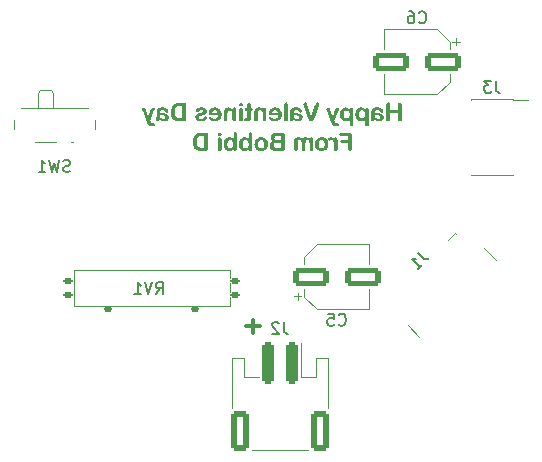
<source format=gbo>
G04 #@! TF.GenerationSoftware,KiCad,Pcbnew,8.0.5*
G04 #@! TF.CreationDate,2024-09-23T19:13:39-07:00*
G04 #@! TF.ProjectId,class 2a,636c6173-7320-4326-912e-6b696361645f,rev?*
G04 #@! TF.SameCoordinates,Original*
G04 #@! TF.FileFunction,Legend,Bot*
G04 #@! TF.FilePolarity,Positive*
%FSLAX46Y46*%
G04 Gerber Fmt 4.6, Leading zero omitted, Abs format (unit mm)*
G04 Created by KiCad (PCBNEW 8.0.5) date 2024-09-23 19:13:39*
%MOMM*%
%LPD*%
G01*
G04 APERTURE LIST*
G04 Aperture macros list*
%AMRoundRect*
0 Rectangle with rounded corners*
0 $1 Rounding radius*
0 $2 $3 $4 $5 $6 $7 $8 $9 X,Y pos of 4 corners*
0 Add a 4 corners polygon primitive as box body*
4,1,4,$2,$3,$4,$5,$6,$7,$8,$9,$2,$3,0*
0 Add four circle primitives for the rounded corners*
1,1,$1+$1,$2,$3*
1,1,$1+$1,$4,$5*
1,1,$1+$1,$6,$7*
1,1,$1+$1,$8,$9*
0 Add four rect primitives between the rounded corners*
20,1,$1+$1,$2,$3,$4,$5,0*
20,1,$1+$1,$4,$5,$6,$7,0*
20,1,$1+$1,$6,$7,$8,$9,0*
20,1,$1+$1,$8,$9,$2,$3,0*%
G04 Aperture macros list end*
%ADD10C,0.300000*%
%ADD11C,0.150000*%
%ADD12C,0.120000*%
%ADD13C,2.500000*%
%ADD14RoundRect,0.125000X0.225000X0.125000X-0.225000X0.125000X-0.225000X-0.125000X0.225000X-0.125000X0*%
%ADD15RoundRect,0.125000X0.275000X0.125000X-0.275000X0.125000X-0.275000X-0.125000X0.275000X-0.125000X0*%
%ADD16RoundRect,0.250000X1.250000X0.550000X-1.250000X0.550000X-1.250000X-0.550000X1.250000X-0.550000X0*%
%ADD17RoundRect,0.250000X-1.250000X-0.550000X1.250000X-0.550000X1.250000X0.550000X-1.250000X0.550000X0*%
%ADD18R,1.000000X0.800000*%
%ADD19C,0.900000*%
%ADD20R,0.700000X1.500000*%
%ADD21R,2.400000X0.740000*%
%ADD22RoundRect,0.250000X0.250000X1.500000X-0.250000X1.500000X-0.250000X-1.500000X0.250000X-1.500000X0*%
%ADD23RoundRect,0.250001X0.499999X1.449999X-0.499999X1.449999X-0.499999X-1.449999X0.499999X-1.449999X0*%
%ADD24C,0.650000*%
%ADD25RoundRect,0.150000X-0.194454X0.406586X-0.406586X0.194454X0.194454X-0.406586X0.406586X-0.194454X0*%
%ADD26RoundRect,0.075000X-0.300520X0.406586X-0.406586X0.300520X0.300520X-0.406586X0.406586X-0.300520X0*%
%ADD27RoundRect,0.250000X0.063640X1.124300X-1.124300X-0.063640X-0.063640X-1.124300X1.124300X0.063640X0*%
G04 APERTURE END LIST*
D10*
G36*
X156575836Y-72955530D02*
G01*
X156575836Y-73387107D01*
X155938728Y-73387107D01*
X155938728Y-72955530D01*
X155930103Y-72877912D01*
X155896438Y-72808551D01*
X155893666Y-72805321D01*
X155830338Y-72762495D01*
X155775696Y-72754030D01*
X155701070Y-72769795D01*
X155655529Y-72803855D01*
X155619510Y-72870364D01*
X155609412Y-72946098D01*
X155609367Y-72952233D01*
X155609367Y-74149145D01*
X155618273Y-74226372D01*
X155653033Y-74295070D01*
X155655895Y-74298255D01*
X155720576Y-74340163D01*
X155775696Y-74348447D01*
X155849859Y-74332334D01*
X155894398Y-74297522D01*
X155928988Y-74229687D01*
X155938685Y-74153793D01*
X155938728Y-74147679D01*
X155938728Y-73645027D01*
X156575836Y-73645027D01*
X156575836Y-74147679D01*
X156584742Y-74225477D01*
X156619502Y-74294681D01*
X156622364Y-74297889D01*
X156687045Y-74340103D01*
X156742165Y-74348447D01*
X156816328Y-74332450D01*
X156860867Y-74297889D01*
X156895457Y-74230546D01*
X156905154Y-74155213D01*
X156905197Y-74149145D01*
X156905197Y-72952233D01*
X156896853Y-72876007D01*
X156864282Y-72807771D01*
X156861600Y-72804588D01*
X156798286Y-72762374D01*
X156742165Y-72754030D01*
X156667539Y-72770026D01*
X156621998Y-72804588D01*
X156585979Y-72872368D01*
X156575881Y-72949305D01*
X156575836Y-72955530D01*
G37*
G36*
X154889030Y-73177244D02*
G01*
X154965486Y-73183942D01*
X155043397Y-73198593D01*
X155119904Y-73223709D01*
X155173165Y-73249217D01*
X155234284Y-73289824D01*
X155288432Y-73346074D01*
X155298187Y-73360133D01*
X155331026Y-73426931D01*
X155343020Y-73500680D01*
X155341197Y-73523313D01*
X155304918Y-73588974D01*
X155287457Y-73602392D01*
X155214793Y-73623412D01*
X155211214Y-73623392D01*
X155138955Y-73602529D01*
X155125610Y-73585706D01*
X155082902Y-73523761D01*
X155052470Y-73484795D01*
X154993509Y-73438398D01*
X154986845Y-73435026D01*
X154913567Y-73415150D01*
X154837437Y-73410554D01*
X154822919Y-73410739D01*
X154749211Y-73419600D01*
X154681733Y-73457815D01*
X154650421Y-73526401D01*
X154640333Y-73601064D01*
X154650255Y-73603839D01*
X154723666Y-73623465D01*
X154795306Y-73640997D01*
X154829797Y-73648866D01*
X154901666Y-73664410D01*
X154977022Y-73679832D01*
X155035662Y-73691417D01*
X155110012Y-73706577D01*
X155118178Y-73708394D01*
X155193856Y-73732551D01*
X155258656Y-73767585D01*
X155317375Y-73818684D01*
X155357367Y-73874555D01*
X155384251Y-73943946D01*
X155393212Y-74021650D01*
X155392496Y-74043523D01*
X155378722Y-74116923D01*
X155347417Y-74185415D01*
X155332052Y-74208125D01*
X155279038Y-74263623D01*
X155216624Y-74304483D01*
X155166933Y-74325735D01*
X155094187Y-74343252D01*
X155020986Y-74348447D01*
X154947942Y-74344440D01*
X154872883Y-74330775D01*
X154803366Y-74307414D01*
X154742923Y-74278620D01*
X154677510Y-74239674D01*
X154613223Y-74193108D01*
X154576437Y-74248036D01*
X154527493Y-74304849D01*
X154504939Y-74323923D01*
X154434803Y-74348447D01*
X154400914Y-74344690D01*
X154334419Y-74309979D01*
X154317146Y-74292515D01*
X154290089Y-74222418D01*
X154296684Y-74180927D01*
X154316467Y-74109944D01*
X154321116Y-74093875D01*
X154336764Y-74020845D01*
X154342479Y-73946179D01*
X154341610Y-73869956D01*
X154341179Y-73813555D01*
X154639967Y-73813555D01*
X154641255Y-73863491D01*
X154650307Y-73940387D01*
X154676604Y-74014689D01*
X154713929Y-74060912D01*
X154775888Y-74102983D01*
X154846871Y-74128811D01*
X154924266Y-74137421D01*
X154975477Y-74131702D01*
X155042968Y-74096755D01*
X155066538Y-74069499D01*
X155087664Y-73998203D01*
X155085841Y-73975139D01*
X155049562Y-73911374D01*
X155035068Y-73900267D01*
X154967497Y-73868510D01*
X154951942Y-73864638D01*
X154877765Y-73847923D01*
X154805197Y-73832606D01*
X154790685Y-73829523D01*
X154715328Y-73812350D01*
X154639967Y-73790840D01*
X154639967Y-73813555D01*
X154341179Y-73813555D01*
X154341014Y-73791939D01*
X154340928Y-73774159D01*
X154340708Y-73699123D01*
X154340647Y-73623412D01*
X154341047Y-73593999D01*
X154347036Y-73512215D01*
X154360212Y-73440109D01*
X154386077Y-73365125D01*
X154416525Y-73313921D01*
X154472991Y-73258811D01*
X154540682Y-73221510D01*
X154600194Y-73201635D01*
X154678913Y-73186063D01*
X154759347Y-73178255D01*
X154837804Y-73176081D01*
X154889030Y-73177244D01*
G37*
G36*
X154000883Y-73178141D02*
G01*
X154066607Y-73217480D01*
X154095183Y-73271519D01*
X154104709Y-73346441D01*
X154104709Y-74569731D01*
X154099309Y-74644944D01*
X154076499Y-74717742D01*
X154037333Y-74755609D01*
X153962193Y-74770498D01*
X153912391Y-74763569D01*
X153852284Y-74721222D01*
X153822660Y-74650196D01*
X153815647Y-74573394D01*
X153815647Y-74184682D01*
X153797768Y-74205177D01*
X153740185Y-74257710D01*
X153676795Y-74300087D01*
X153614189Y-74327620D01*
X153542231Y-74343724D01*
X153468701Y-74348447D01*
X153418234Y-74345882D01*
X153345625Y-74332418D01*
X153276726Y-74307414D01*
X153238773Y-74287797D01*
X153174430Y-74242527D01*
X153122120Y-74190544D01*
X153083888Y-74139482D01*
X153048196Y-74075379D01*
X153019172Y-74002965D01*
X153014646Y-73988962D01*
X152996400Y-73916498D01*
X152985452Y-73839955D01*
X152981868Y-73760799D01*
X153287717Y-73760799D01*
X153289400Y-73809177D01*
X153300116Y-73884525D01*
X153322888Y-73955338D01*
X153360347Y-74021359D01*
X153414479Y-74074773D01*
X153462190Y-74100154D01*
X153537577Y-74113974D01*
X153597797Y-74106787D01*
X153669256Y-74074844D01*
X153725888Y-74023115D01*
X153747841Y-73992783D01*
X153780585Y-73921170D01*
X153797329Y-73844238D01*
X153802092Y-73765928D01*
X153800223Y-73712873D01*
X153789455Y-73636841D01*
X153765901Y-73564333D01*
X153725522Y-73499947D01*
X153684924Y-73460838D01*
X153616042Y-73423125D01*
X153537577Y-73410554D01*
X153479304Y-73418478D01*
X153411181Y-73451953D01*
X153356995Y-73506383D01*
X153320689Y-73571755D01*
X153307842Y-73607473D01*
X153292353Y-73682179D01*
X153287717Y-73760799D01*
X152981868Y-73760799D01*
X152981802Y-73759333D01*
X152981866Y-73748137D01*
X152985855Y-73672367D01*
X152998014Y-73591355D01*
X153018279Y-73516296D01*
X153046649Y-73447191D01*
X153067962Y-73407293D01*
X153112185Y-73343276D01*
X153163943Y-73289287D01*
X153223236Y-73245324D01*
X153244443Y-73232950D01*
X153317831Y-73200492D01*
X153395368Y-73181558D01*
X153468701Y-73176081D01*
X153522762Y-73179081D01*
X153598445Y-73194829D01*
X153667636Y-73224075D01*
X153699630Y-73242901D01*
X153762234Y-73290319D01*
X153815647Y-73346807D01*
X153815647Y-73345708D01*
X153822420Y-73285374D01*
X153856680Y-73218946D01*
X153890580Y-73191486D01*
X153962193Y-73173883D01*
X154000883Y-73178141D01*
G37*
G36*
X152702488Y-73178141D02*
G01*
X152768212Y-73217480D01*
X152796788Y-73271519D01*
X152806314Y-73346441D01*
X152806314Y-74569731D01*
X152800914Y-74644944D01*
X152778104Y-74717742D01*
X152738938Y-74755609D01*
X152663798Y-74770498D01*
X152613996Y-74763569D01*
X152553889Y-74721222D01*
X152524265Y-74650196D01*
X152517253Y-74573394D01*
X152517253Y-74184682D01*
X152499373Y-74205177D01*
X152441790Y-74257710D01*
X152378400Y-74300087D01*
X152315794Y-74327620D01*
X152243836Y-74343724D01*
X152170306Y-74348447D01*
X152119839Y-74345882D01*
X152047230Y-74332418D01*
X151978331Y-74307414D01*
X151940378Y-74287797D01*
X151876035Y-74242527D01*
X151823725Y-74190544D01*
X151785493Y-74139482D01*
X151749801Y-74075379D01*
X151720777Y-74002965D01*
X151716251Y-73988962D01*
X151698005Y-73916498D01*
X151687057Y-73839955D01*
X151683473Y-73760799D01*
X151989322Y-73760799D01*
X151991005Y-73809177D01*
X152001721Y-73884525D01*
X152024493Y-73955338D01*
X152061952Y-74021359D01*
X152116084Y-74074773D01*
X152163795Y-74100154D01*
X152239182Y-74113974D01*
X152299402Y-74106787D01*
X152370861Y-74074844D01*
X152427493Y-74023115D01*
X152449447Y-73992783D01*
X152482190Y-73921170D01*
X152498934Y-73844238D01*
X152503697Y-73765928D01*
X152501828Y-73712873D01*
X152491060Y-73636841D01*
X152467506Y-73564333D01*
X152427127Y-73499947D01*
X152386529Y-73460838D01*
X152317647Y-73423125D01*
X152239182Y-73410554D01*
X152180909Y-73418478D01*
X152112786Y-73451953D01*
X152058600Y-73506383D01*
X152022294Y-73571755D01*
X152009447Y-73607473D01*
X151993958Y-73682179D01*
X151989322Y-73760799D01*
X151683473Y-73760799D01*
X151683407Y-73759333D01*
X151683471Y-73748137D01*
X151687460Y-73672367D01*
X151699619Y-73591355D01*
X151719884Y-73516296D01*
X151748254Y-73447191D01*
X151769567Y-73407293D01*
X151813790Y-73343276D01*
X151865548Y-73289287D01*
X151924841Y-73245324D01*
X151946048Y-73232950D01*
X152019436Y-73200492D01*
X152096973Y-73181558D01*
X152170306Y-73176081D01*
X152224367Y-73179081D01*
X152300050Y-73194829D01*
X152369241Y-73224075D01*
X152401235Y-73242901D01*
X152463839Y-73290319D01*
X152517253Y-73346807D01*
X152517253Y-73345708D01*
X152524025Y-73285374D01*
X152558285Y-73218946D01*
X152592185Y-73191486D01*
X152663798Y-73173883D01*
X152702488Y-73178141D01*
G37*
G36*
X151241572Y-74372993D02*
G01*
X151217026Y-74313642D01*
X151561775Y-73438764D01*
X151587502Y-73367353D01*
X151594747Y-73324092D01*
X151575837Y-73252566D01*
X151574597Y-73250453D01*
X151521460Y-73197504D01*
X151519276Y-73196231D01*
X151448382Y-73176101D01*
X151446003Y-73176081D01*
X151373169Y-73194226D01*
X151346352Y-73218213D01*
X151307941Y-73283014D01*
X151288467Y-73333984D01*
X151061321Y-73996004D01*
X150846631Y-73382344D01*
X150820986Y-73311453D01*
X150797539Y-73257048D01*
X150752758Y-73197150D01*
X150747713Y-73193667D01*
X150675931Y-73176098D01*
X150672975Y-73176081D01*
X150605564Y-73194766D01*
X150556105Y-73245324D01*
X150538519Y-73313468D01*
X150552441Y-73371353D01*
X150574656Y-73443368D01*
X150575522Y-73445725D01*
X150942253Y-74412194D01*
X150971912Y-74487270D01*
X151004290Y-74557622D01*
X151036408Y-74615160D01*
X151083081Y-74673964D01*
X151141675Y-74719585D01*
X151160606Y-74730198D01*
X151232061Y-74756291D01*
X151306029Y-74767980D01*
X151367601Y-74770498D01*
X151447233Y-74767122D01*
X151523260Y-74754424D01*
X151560309Y-74741922D01*
X151615677Y-74690551D01*
X151626621Y-74635310D01*
X151604854Y-74564706D01*
X151593648Y-74552878D01*
X151524239Y-74524971D01*
X151498393Y-74523569D01*
X151451132Y-74530163D01*
X151407902Y-74536025D01*
X151337193Y-74522836D01*
X151291398Y-74475575D01*
X151257067Y-74408806D01*
X151241572Y-74372993D01*
G37*
G36*
X149587071Y-72963956D02*
G01*
X149256244Y-73948011D01*
X148923952Y-72956629D01*
X148899155Y-72884044D01*
X148883285Y-72842323D01*
X148837379Y-72783230D01*
X148835292Y-72781507D01*
X148764799Y-72754996D01*
X148744067Y-72754030D01*
X148672455Y-72771481D01*
X148665665Y-72775279D01*
X148611505Y-72827679D01*
X148608878Y-72832065D01*
X148587996Y-72903506D01*
X148594590Y-72955163D01*
X148610344Y-73008286D01*
X148629029Y-73061043D01*
X148994660Y-74053890D01*
X149019390Y-74123013D01*
X149034227Y-74162700D01*
X149066114Y-74231617D01*
X149080756Y-74255390D01*
X149133948Y-74309862D01*
X149152929Y-74322069D01*
X149224415Y-74345871D01*
X149263205Y-74348447D01*
X149336678Y-74338429D01*
X149373481Y-74322801D01*
X149431389Y-74275128D01*
X149446387Y-74255390D01*
X149481911Y-74190431D01*
X149493648Y-74162334D01*
X149519456Y-74092325D01*
X149532849Y-74053890D01*
X149892619Y-73069103D01*
X149911670Y-73015980D01*
X149928523Y-72958827D01*
X149935484Y-72905704D01*
X149915919Y-72834786D01*
X149890054Y-72801290D01*
X149827535Y-72761829D01*
X149775382Y-72754030D01*
X149699628Y-72768609D01*
X149656314Y-72805687D01*
X149621601Y-72870900D01*
X149593531Y-72944387D01*
X149587071Y-72963956D01*
G37*
G36*
X148017502Y-73177244D02*
G01*
X148093958Y-73183942D01*
X148171869Y-73198593D01*
X148248376Y-73223709D01*
X148301636Y-73249217D01*
X148362755Y-73289824D01*
X148416904Y-73346074D01*
X148426659Y-73360133D01*
X148459497Y-73426931D01*
X148471492Y-73500680D01*
X148469669Y-73523313D01*
X148433390Y-73588974D01*
X148415929Y-73602392D01*
X148343264Y-73623412D01*
X148339686Y-73623392D01*
X148267427Y-73602529D01*
X148254082Y-73585706D01*
X148211373Y-73523761D01*
X148180942Y-73484795D01*
X148121980Y-73438398D01*
X148115317Y-73435026D01*
X148042039Y-73415150D01*
X147965909Y-73410554D01*
X147951391Y-73410739D01*
X147877683Y-73419600D01*
X147810204Y-73457815D01*
X147778893Y-73526401D01*
X147768805Y-73601064D01*
X147778727Y-73603839D01*
X147852138Y-73623465D01*
X147923777Y-73640997D01*
X147958268Y-73648866D01*
X148030137Y-73664410D01*
X148105494Y-73679832D01*
X148164134Y-73691417D01*
X148238484Y-73706577D01*
X148246650Y-73708394D01*
X148322327Y-73732551D01*
X148387128Y-73767585D01*
X148445846Y-73818684D01*
X148485839Y-73874555D01*
X148512723Y-73943946D01*
X148521684Y-74021650D01*
X148520968Y-74043523D01*
X148507194Y-74116923D01*
X148475888Y-74185415D01*
X148460523Y-74208125D01*
X148407509Y-74263623D01*
X148345096Y-74304483D01*
X148295405Y-74325735D01*
X148222659Y-74343252D01*
X148149458Y-74348447D01*
X148076414Y-74344440D01*
X148001355Y-74330775D01*
X147931837Y-74307414D01*
X147871394Y-74278620D01*
X147805982Y-74239674D01*
X147741694Y-74193108D01*
X147704909Y-74248036D01*
X147655965Y-74304849D01*
X147633411Y-74323923D01*
X147563275Y-74348447D01*
X147529386Y-74344690D01*
X147462891Y-74309979D01*
X147445618Y-74292515D01*
X147418561Y-74222418D01*
X147425156Y-74180927D01*
X147444939Y-74109944D01*
X147449588Y-74093875D01*
X147465236Y-74020845D01*
X147470951Y-73946179D01*
X147470082Y-73869956D01*
X147469651Y-73813555D01*
X147768439Y-73813555D01*
X147769727Y-73863491D01*
X147778779Y-73940387D01*
X147805075Y-74014689D01*
X147842400Y-74060912D01*
X147904360Y-74102983D01*
X147975343Y-74128811D01*
X148052738Y-74137421D01*
X148103948Y-74131702D01*
X148171440Y-74096755D01*
X148195010Y-74069499D01*
X148216136Y-73998203D01*
X148214313Y-73975139D01*
X148178034Y-73911374D01*
X148163540Y-73900267D01*
X148095969Y-73868510D01*
X148080414Y-73864638D01*
X148006237Y-73847923D01*
X147933669Y-73832606D01*
X147919156Y-73829523D01*
X147843800Y-73812350D01*
X147768439Y-73790840D01*
X147768439Y-73813555D01*
X147469651Y-73813555D01*
X147469486Y-73791939D01*
X147469400Y-73774159D01*
X147469180Y-73699123D01*
X147469119Y-73623412D01*
X147469519Y-73593999D01*
X147475508Y-73512215D01*
X147488684Y-73440109D01*
X147514548Y-73365125D01*
X147544997Y-73313921D01*
X147601463Y-73258811D01*
X147669154Y-73221510D01*
X147728665Y-73201635D01*
X147807385Y-73186063D01*
X147887819Y-73178255D01*
X147966276Y-73176081D01*
X148017502Y-73177244D01*
G37*
G36*
X147265054Y-74164532D02*
G01*
X147265054Y-72937944D01*
X147256119Y-72863396D01*
X147224388Y-72801290D01*
X147162392Y-72760676D01*
X147114479Y-72754030D01*
X147041987Y-72770562D01*
X147003104Y-72800924D01*
X146968740Y-72867179D01*
X146960606Y-72937944D01*
X146960606Y-74164532D01*
X146970024Y-74239789D01*
X147003470Y-74301919D01*
X147066926Y-74341904D01*
X147114479Y-74348447D01*
X147188410Y-74329699D01*
X147223289Y-74300453D01*
X147257060Y-74233645D01*
X147265054Y-74164532D01*
G37*
G36*
X146194149Y-73176122D02*
G01*
X146272088Y-73181016D01*
X146345589Y-73194068D01*
X146421317Y-73217847D01*
X146484465Y-73247528D01*
X146546407Y-73288442D01*
X146600470Y-73338014D01*
X146642637Y-73389828D01*
X146681170Y-73453847D01*
X146711478Y-73525226D01*
X146713800Y-73532067D01*
X146734473Y-73609582D01*
X146745528Y-73683656D01*
X146749213Y-73761165D01*
X146746815Y-73827013D01*
X146737071Y-73904413D01*
X146719831Y-73976357D01*
X146689250Y-74055487D01*
X146647875Y-74126761D01*
X146595707Y-74190177D01*
X146544634Y-74235773D01*
X146475460Y-74280286D01*
X146397682Y-74313671D01*
X146326295Y-74332991D01*
X146248932Y-74344583D01*
X146165595Y-74348447D01*
X146099997Y-74346012D01*
X146025804Y-74336425D01*
X145952371Y-74317672D01*
X145929594Y-74309635D01*
X145862287Y-74280035D01*
X145797399Y-74239270D01*
X145752111Y-74199787D01*
X145703976Y-74139253D01*
X145691699Y-74116750D01*
X145672469Y-74045830D01*
X145672589Y-74039871D01*
X145703243Y-73971092D01*
X145709096Y-73966378D01*
X145781279Y-73944713D01*
X145850888Y-73965596D01*
X145878793Y-73990793D01*
X145935885Y-74040701D01*
X145946208Y-74049198D01*
X146006593Y-74091992D01*
X146016153Y-74097659D01*
X146084995Y-74126430D01*
X146100279Y-74130165D01*
X146173655Y-74137421D01*
X146234423Y-74130899D01*
X146305546Y-74103349D01*
X146356116Y-74064001D01*
X146401167Y-74001500D01*
X146428370Y-73931250D01*
X146438170Y-73856053D01*
X145899615Y-73856053D01*
X145872063Y-73855515D01*
X145792878Y-73846334D01*
X145721195Y-73821615D01*
X145705911Y-73811740D01*
X145665153Y-73746940D01*
X145655982Y-73671772D01*
X145656034Y-73668475D01*
X145952371Y-73668475D01*
X146437071Y-73668475D01*
X146428989Y-73617552D01*
X146403633Y-73542410D01*
X146359768Y-73478332D01*
X146338751Y-73458806D01*
X146270670Y-73421740D01*
X146195271Y-73410554D01*
X146157395Y-73412911D01*
X146085052Y-73434190D01*
X146026010Y-73477599D01*
X145994116Y-73519655D01*
X145965205Y-73589886D01*
X145952371Y-73668475D01*
X145656034Y-73668475D01*
X145656219Y-73656815D01*
X145664483Y-73582591D01*
X145684555Y-73509297D01*
X145716433Y-73436933D01*
X145732404Y-73408751D01*
X145780646Y-73344158D01*
X145834221Y-73293182D01*
X145897417Y-73248988D01*
X145952429Y-73220580D01*
X146029857Y-73194308D01*
X146105008Y-73180638D01*
X146186112Y-73176081D01*
X146194149Y-73176122D01*
G37*
G36*
X145170550Y-73338747D02*
G01*
X145170916Y-73338747D01*
X145120163Y-73285171D01*
X145057801Y-73239939D01*
X145025103Y-73221877D01*
X144953473Y-73193970D01*
X144881205Y-73179704D01*
X144817375Y-73176081D01*
X144741603Y-73181839D01*
X144665362Y-73201253D01*
X144612577Y-73224808D01*
X144551148Y-73266796D01*
X144499135Y-73325191D01*
X144477389Y-73362194D01*
X144449224Y-73432662D01*
X144440019Y-73477965D01*
X144433445Y-73552953D01*
X144431601Y-73628527D01*
X144431593Y-73634403D01*
X144431593Y-74163799D01*
X144440851Y-74238691D01*
X144473725Y-74301186D01*
X144535807Y-74341801D01*
X144582535Y-74348447D01*
X144654415Y-74331398D01*
X144693177Y-74300087D01*
X144727245Y-74232866D01*
X144735309Y-74163433D01*
X144735309Y-73688991D01*
X144738851Y-73609321D01*
X144752452Y-73531286D01*
X144771579Y-73480896D01*
X144825893Y-73428140D01*
X144903019Y-73410829D01*
X144916293Y-73410554D01*
X144988684Y-73422755D01*
X145046719Y-73453785D01*
X145100315Y-73508817D01*
X145133181Y-73572487D01*
X145146705Y-73647771D01*
X145151728Y-73727391D01*
X145152964Y-73806594D01*
X145152964Y-74163433D01*
X145162463Y-74239216D01*
X145196195Y-74301552D01*
X145259508Y-74341852D01*
X145306837Y-74348447D01*
X145380110Y-74329699D01*
X145415281Y-74300453D01*
X145449645Y-74233760D01*
X145457779Y-74164898D01*
X145457779Y-73348272D01*
X145448254Y-73273626D01*
X145419678Y-73219678D01*
X145353954Y-73180339D01*
X145315264Y-73176081D01*
X145242357Y-73194766D01*
X145191194Y-73247814D01*
X145189967Y-73250087D01*
X145171024Y-73322865D01*
X145170550Y-73338747D01*
G37*
G36*
X144154622Y-73222976D02*
G01*
X144135571Y-73222976D01*
X144135571Y-73059577D01*
X144134279Y-72985509D01*
X144131907Y-72946737D01*
X144111377Y-72876131D01*
X144110292Y-72874197D01*
X144058634Y-72821441D01*
X143986109Y-72800944D01*
X143983530Y-72800924D01*
X143912123Y-72820331D01*
X143878749Y-72845987D01*
X143840536Y-72911031D01*
X143838816Y-72918893D01*
X143831543Y-72992410D01*
X143830756Y-73036130D01*
X143830756Y-73222976D01*
X143739531Y-73222976D01*
X143664897Y-73238561D01*
X143640246Y-73255949D01*
X143606312Y-73321269D01*
X143605075Y-73339846D01*
X143628452Y-73411316D01*
X143654534Y-73431437D01*
X143726006Y-73453156D01*
X143790089Y-73457449D01*
X143830756Y-73457449D01*
X143830756Y-73949110D01*
X143828674Y-74024322D01*
X143826726Y-74045097D01*
X143805110Y-74095655D01*
X143747591Y-74113974D01*
X143682012Y-74105181D01*
X143614601Y-74096388D01*
X143545358Y-74126430D01*
X143514704Y-74194952D01*
X143514583Y-74200436D01*
X143539506Y-74271507D01*
X143593352Y-74311078D01*
X143667690Y-74335273D01*
X143746744Y-74346111D01*
X143813537Y-74348447D01*
X143891840Y-74344046D01*
X143963675Y-74329040D01*
X144020532Y-74303384D01*
X144076641Y-74253388D01*
X144111014Y-74188580D01*
X144113955Y-74178820D01*
X144127950Y-74106300D01*
X144134220Y-74032091D01*
X144135571Y-73970725D01*
X144135571Y-73457449D01*
X144160850Y-73457449D01*
X144233985Y-73443091D01*
X144261966Y-73424110D01*
X144295901Y-73358324D01*
X144297137Y-73339846D01*
X144272710Y-73268833D01*
X144260135Y-73255949D01*
X144190518Y-73225584D01*
X144154622Y-73222976D01*
G37*
G36*
X143134297Y-73348272D02*
G01*
X143134297Y-74164898D01*
X143143877Y-74239629D01*
X143177895Y-74301552D01*
X143241235Y-74341852D01*
X143288170Y-74348447D01*
X143362101Y-74329699D01*
X143396980Y-74300453D01*
X143430752Y-74233760D01*
X143438746Y-74164898D01*
X143438746Y-73356699D01*
X143429569Y-73283181D01*
X143396980Y-73222243D01*
X143334727Y-73182573D01*
X143288170Y-73176081D01*
X143213667Y-73194113D01*
X143177895Y-73222243D01*
X143141492Y-73288766D01*
X143134297Y-73348272D01*
G37*
G36*
X143284873Y-73058845D02*
G01*
X143359841Y-73042909D01*
X143393317Y-73021842D01*
X143433378Y-72960338D01*
X143438746Y-72917794D01*
X143418866Y-72846636D01*
X143392584Y-72817044D01*
X143325204Y-72782152D01*
X143284873Y-72777477D01*
X143210334Y-72794447D01*
X143180459Y-72813381D01*
X143139752Y-72874381D01*
X143134297Y-72917794D01*
X143151900Y-72989378D01*
X143179360Y-73021475D01*
X143244966Y-73054429D01*
X143284873Y-73058845D01*
G37*
G36*
X142591345Y-73338747D02*
G01*
X142591712Y-73338747D01*
X142540959Y-73285171D01*
X142478597Y-73239939D01*
X142445899Y-73221877D01*
X142374269Y-73193970D01*
X142302000Y-73179704D01*
X142238170Y-73176081D01*
X142162399Y-73181839D01*
X142086158Y-73201253D01*
X142033373Y-73224808D01*
X141971944Y-73266796D01*
X141919930Y-73325191D01*
X141898184Y-73362194D01*
X141870020Y-73432662D01*
X141860815Y-73477965D01*
X141854240Y-73552953D01*
X141852397Y-73628527D01*
X141852389Y-73634403D01*
X141852389Y-74163799D01*
X141861646Y-74238691D01*
X141894520Y-74301186D01*
X141956602Y-74341801D01*
X142003331Y-74348447D01*
X142075210Y-74331398D01*
X142113973Y-74300087D01*
X142148040Y-74232866D01*
X142156105Y-74163433D01*
X142156105Y-73688991D01*
X142159647Y-73609321D01*
X142173248Y-73531286D01*
X142192375Y-73480896D01*
X142246688Y-73428140D01*
X142323815Y-73410829D01*
X142337089Y-73410554D01*
X142409479Y-73422755D01*
X142467514Y-73453785D01*
X142521111Y-73508817D01*
X142553976Y-73572487D01*
X142567500Y-73647771D01*
X142572523Y-73727391D01*
X142573760Y-73806594D01*
X142573760Y-74163433D01*
X142583259Y-74239216D01*
X142616991Y-74301552D01*
X142680303Y-74341852D01*
X142727633Y-74348447D01*
X142800906Y-74329699D01*
X142836077Y-74300453D01*
X142870440Y-74233760D01*
X142878575Y-74164898D01*
X142878575Y-73348272D01*
X142869049Y-73273626D01*
X142840473Y-73219678D01*
X142774749Y-73180339D01*
X142736059Y-73176081D01*
X142663153Y-73194766D01*
X142611989Y-73247814D01*
X142610763Y-73250087D01*
X142591819Y-73322865D01*
X142591345Y-73338747D01*
G37*
G36*
X141100221Y-73176122D02*
G01*
X141178159Y-73181016D01*
X141251661Y-73194068D01*
X141327389Y-73217847D01*
X141390536Y-73247528D01*
X141452478Y-73288442D01*
X141506541Y-73338014D01*
X141548708Y-73389828D01*
X141587241Y-73453847D01*
X141617549Y-73525226D01*
X141619871Y-73532067D01*
X141640544Y-73609582D01*
X141651600Y-73683656D01*
X141655285Y-73761165D01*
X141652886Y-73827013D01*
X141643142Y-73904413D01*
X141625902Y-73976357D01*
X141595321Y-74055487D01*
X141553946Y-74126761D01*
X141501778Y-74190177D01*
X141450705Y-74235773D01*
X141381531Y-74280286D01*
X141303753Y-74313671D01*
X141232366Y-74332991D01*
X141155003Y-74344583D01*
X141071666Y-74348447D01*
X141006069Y-74346012D01*
X140931875Y-74336425D01*
X140858442Y-74317672D01*
X140835665Y-74309635D01*
X140768359Y-74280035D01*
X140703470Y-74239270D01*
X140658182Y-74199787D01*
X140610047Y-74139253D01*
X140597771Y-74116750D01*
X140578540Y-74045830D01*
X140578660Y-74039871D01*
X140609315Y-73971092D01*
X140615168Y-73966378D01*
X140687350Y-73944713D01*
X140756959Y-73965596D01*
X140784864Y-73990793D01*
X140841956Y-74040701D01*
X140852280Y-74049198D01*
X140912664Y-74091992D01*
X140922224Y-74097659D01*
X140991066Y-74126430D01*
X141006350Y-74130165D01*
X141079726Y-74137421D01*
X141140494Y-74130899D01*
X141211617Y-74103349D01*
X141262188Y-74064001D01*
X141307239Y-74001500D01*
X141334441Y-73931250D01*
X141344241Y-73856053D01*
X140805686Y-73856053D01*
X140778134Y-73855515D01*
X140698949Y-73846334D01*
X140627266Y-73821615D01*
X140611982Y-73811740D01*
X140571224Y-73746940D01*
X140562054Y-73671772D01*
X140562106Y-73668475D01*
X140858442Y-73668475D01*
X141343142Y-73668475D01*
X141335060Y-73617552D01*
X141309704Y-73542410D01*
X141265839Y-73478332D01*
X141244822Y-73458806D01*
X141176741Y-73421740D01*
X141101342Y-73410554D01*
X141063466Y-73412911D01*
X140991123Y-73434190D01*
X140932082Y-73477599D01*
X140900187Y-73519655D01*
X140871276Y-73589886D01*
X140858442Y-73668475D01*
X140562106Y-73668475D01*
X140562290Y-73656815D01*
X140570554Y-73582591D01*
X140590626Y-73509297D01*
X140622504Y-73436933D01*
X140638475Y-73408751D01*
X140686718Y-73344158D01*
X140740292Y-73293182D01*
X140803488Y-73248988D01*
X140858500Y-73220580D01*
X140935928Y-73194308D01*
X141011079Y-73180638D01*
X141092183Y-73176081D01*
X141100221Y-73176122D01*
G37*
G36*
X139426324Y-73965596D02*
G01*
X139433251Y-74044854D01*
X139454031Y-74115887D01*
X139484943Y-74173325D01*
X139536634Y-74232246D01*
X139597596Y-74275848D01*
X139657134Y-74304117D01*
X139732732Y-74327494D01*
X139808663Y-74341131D01*
X139882434Y-74347365D01*
X139931541Y-74348447D01*
X140005958Y-74345470D01*
X140083219Y-74335005D01*
X140161043Y-74314540D01*
X140196788Y-74300819D01*
X140266101Y-74264923D01*
X140326311Y-74219148D01*
X140360920Y-74180286D01*
X140397485Y-74116212D01*
X140414200Y-74042298D01*
X140414409Y-74033007D01*
X140392271Y-73961461D01*
X140378139Y-73944713D01*
X140312674Y-73910367D01*
X140286181Y-73908077D01*
X140214783Y-73929007D01*
X140211443Y-73931891D01*
X140165569Y-73990666D01*
X140162717Y-73995638D01*
X140117013Y-74058286D01*
X140063432Y-74102616D01*
X139990013Y-74129773D01*
X139911073Y-74137387D01*
X139904796Y-74137421D01*
X139831798Y-74128811D01*
X139774004Y-74102983D01*
X139726214Y-74044701D01*
X139723812Y-74026779D01*
X139746532Y-73954411D01*
X139776569Y-73928593D01*
X139847643Y-73897452D01*
X139918184Y-73876468D01*
X139956087Y-73867044D01*
X140034111Y-73846117D01*
X140110947Y-73822118D01*
X140183483Y-73794809D01*
X140195323Y-73789741D01*
X140264945Y-73752225D01*
X140322596Y-73705761D01*
X140345166Y-73681297D01*
X140383985Y-73615891D01*
X140400566Y-73544232D01*
X140401952Y-73513869D01*
X140391925Y-73438505D01*
X140361841Y-73366928D01*
X140349562Y-73347173D01*
X140298954Y-73288793D01*
X140237963Y-73244348D01*
X140196056Y-73222609D01*
X140121733Y-73196119D01*
X140045827Y-73181579D01*
X139970720Y-73176263D01*
X139953156Y-73176081D01*
X139879687Y-73178895D01*
X139805464Y-73188383D01*
X139753854Y-73199895D01*
X139681746Y-73223637D01*
X139612732Y-73258671D01*
X139605110Y-73263642D01*
X139546442Y-73311813D01*
X139513153Y-73353768D01*
X139484061Y-73421758D01*
X139480913Y-73452320D01*
X139501109Y-73522937D01*
X139516816Y-73541713D01*
X139583380Y-73574102D01*
X139617567Y-73576884D01*
X139689053Y-73556407D01*
X139697434Y-73550139D01*
X139750465Y-73496284D01*
X139769974Y-73472470D01*
X139823972Y-73421406D01*
X139841415Y-73410554D01*
X139911877Y-73389397D01*
X139953523Y-73387107D01*
X140027080Y-73396496D01*
X140072591Y-73416782D01*
X140117626Y-73474849D01*
X140118753Y-73487491D01*
X140085047Y-73551238D01*
X140018484Y-73585379D01*
X139989426Y-73594836D01*
X139915787Y-73614894D01*
X139844689Y-73632703D01*
X139817968Y-73639166D01*
X139739922Y-73660375D01*
X139664733Y-73686680D01*
X139600714Y-73716102D01*
X139538305Y-73755320D01*
X139482825Y-73807785D01*
X139471021Y-73823080D01*
X139437499Y-73889850D01*
X139426324Y-73965596D01*
G37*
G36*
X138479104Y-72800971D02*
G01*
X138557643Y-72811389D01*
X138624353Y-72848551D01*
X138632865Y-72857906D01*
X138664120Y-72924435D01*
X138671980Y-72999127D01*
X138671980Y-74099319D01*
X138670379Y-74147211D01*
X138658425Y-74222051D01*
X138650826Y-74242335D01*
X138599074Y-74297889D01*
X138543020Y-74318222D01*
X138466450Y-74325000D01*
X138067846Y-74325000D01*
X138035612Y-74324678D01*
X137956575Y-74320826D01*
X137879168Y-74311810D01*
X137868677Y-74310087D01*
X137792636Y-74292420D01*
X137721265Y-74266381D01*
X137712105Y-74262222D01*
X137646229Y-74225740D01*
X137585344Y-74179919D01*
X137547586Y-74142459D01*
X137497731Y-74081802D01*
X137456017Y-74015788D01*
X137427188Y-73956204D01*
X137401343Y-73885785D01*
X137381645Y-73810258D01*
X137377324Y-73788691D01*
X137365990Y-73713873D01*
X137359378Y-73634546D01*
X137357465Y-73559298D01*
X137357485Y-73557100D01*
X137691223Y-73557100D01*
X137693559Y-73632680D01*
X137703047Y-73718960D01*
X137719834Y-73796134D01*
X137749613Y-73876724D01*
X137789901Y-73944202D01*
X137840700Y-73998569D01*
X137851185Y-74007195D01*
X137918003Y-74043265D01*
X137931811Y-74047902D01*
X138004831Y-74063049D01*
X138048078Y-74065804D01*
X138122434Y-74067079D01*
X138342619Y-74067079D01*
X138342619Y-73058845D01*
X138152476Y-73058845D01*
X138143862Y-73058874D01*
X138070072Y-73061743D01*
X137995970Y-73070437D01*
X137918003Y-73088520D01*
X137855648Y-73118273D01*
X137800566Y-73166727D01*
X137756802Y-73227006D01*
X137748861Y-73241003D01*
X137719466Y-73314938D01*
X137702046Y-73395693D01*
X137693529Y-73477961D01*
X137691223Y-73557100D01*
X137357485Y-73557100D01*
X137357700Y-73533402D01*
X137361215Y-73458205D01*
X137372463Y-73363751D01*
X137391211Y-73275938D01*
X137417458Y-73194766D01*
X137451203Y-73120233D01*
X137492448Y-73052342D01*
X137541191Y-72991090D01*
X137597434Y-72936479D01*
X137657405Y-72892186D01*
X137728083Y-72854869D01*
X137803697Y-72829501D01*
X137840147Y-72821268D01*
X137919488Y-72808989D01*
X137998236Y-72802710D01*
X138074074Y-72800924D01*
X138472678Y-72800924D01*
X138479104Y-72800971D01*
G37*
G36*
X136696846Y-73177244D02*
G01*
X136773302Y-73183942D01*
X136851213Y-73198593D01*
X136927720Y-73223709D01*
X136980980Y-73249217D01*
X137042099Y-73289824D01*
X137096248Y-73346074D01*
X137106003Y-73360133D01*
X137138841Y-73426931D01*
X137150836Y-73500680D01*
X137149013Y-73523313D01*
X137112734Y-73588974D01*
X137095273Y-73602392D01*
X137022608Y-73623412D01*
X137019030Y-73623392D01*
X136946771Y-73602529D01*
X136933426Y-73585706D01*
X136890717Y-73523761D01*
X136860286Y-73484795D01*
X136801324Y-73438398D01*
X136794661Y-73435026D01*
X136721383Y-73415150D01*
X136645253Y-73410554D01*
X136630735Y-73410739D01*
X136557027Y-73419600D01*
X136489548Y-73457815D01*
X136458237Y-73526401D01*
X136448149Y-73601064D01*
X136458071Y-73603839D01*
X136531482Y-73623465D01*
X136603121Y-73640997D01*
X136637613Y-73648866D01*
X136709481Y-73664410D01*
X136784838Y-73679832D01*
X136843478Y-73691417D01*
X136917828Y-73706577D01*
X136925994Y-73708394D01*
X137001671Y-73732551D01*
X137066472Y-73767585D01*
X137125190Y-73818684D01*
X137165183Y-73874555D01*
X137192067Y-73943946D01*
X137201028Y-74021650D01*
X137200312Y-74043523D01*
X137186538Y-74116923D01*
X137155232Y-74185415D01*
X137139868Y-74208125D01*
X137086853Y-74263623D01*
X137024440Y-74304483D01*
X136974749Y-74325735D01*
X136902003Y-74343252D01*
X136828802Y-74348447D01*
X136755758Y-74344440D01*
X136680699Y-74330775D01*
X136611181Y-74307414D01*
X136550738Y-74278620D01*
X136485326Y-74239674D01*
X136421038Y-74193108D01*
X136384253Y-74248036D01*
X136335309Y-74304849D01*
X136312755Y-74323923D01*
X136242619Y-74348447D01*
X136208730Y-74344690D01*
X136142235Y-74309979D01*
X136124962Y-74292515D01*
X136097905Y-74222418D01*
X136104500Y-74180927D01*
X136124283Y-74109944D01*
X136128932Y-74093875D01*
X136144580Y-74020845D01*
X136150295Y-73946179D01*
X136149426Y-73869956D01*
X136148995Y-73813555D01*
X136447783Y-73813555D01*
X136449071Y-73863491D01*
X136458123Y-73940387D01*
X136484419Y-74014689D01*
X136521744Y-74060912D01*
X136583704Y-74102983D01*
X136654687Y-74128811D01*
X136732082Y-74137421D01*
X136783292Y-74131702D01*
X136850784Y-74096755D01*
X136874354Y-74069499D01*
X136895480Y-73998203D01*
X136893657Y-73975139D01*
X136857378Y-73911374D01*
X136842884Y-73900267D01*
X136775313Y-73868510D01*
X136759758Y-73864638D01*
X136685581Y-73847923D01*
X136613013Y-73832606D01*
X136598500Y-73829523D01*
X136523144Y-73812350D01*
X136447783Y-73790840D01*
X136447783Y-73813555D01*
X136148995Y-73813555D01*
X136148830Y-73791939D01*
X136148744Y-73774159D01*
X136148524Y-73699123D01*
X136148463Y-73623412D01*
X136148863Y-73593999D01*
X136154852Y-73512215D01*
X136168028Y-73440109D01*
X136193892Y-73365125D01*
X136224341Y-73313921D01*
X136280807Y-73258811D01*
X136348498Y-73221510D01*
X136408009Y-73201635D01*
X136486729Y-73186063D01*
X136567163Y-73178255D01*
X136645620Y-73176081D01*
X136696846Y-73177244D01*
G37*
G36*
X135646178Y-74372993D02*
G01*
X135621631Y-74313642D01*
X135966380Y-73438764D01*
X135992108Y-73367353D01*
X135999353Y-73324092D01*
X135980443Y-73252566D01*
X135979203Y-73250453D01*
X135926065Y-73197504D01*
X135923882Y-73196231D01*
X135852988Y-73176101D01*
X135850609Y-73176081D01*
X135777775Y-73194226D01*
X135750958Y-73218213D01*
X135712547Y-73283014D01*
X135693072Y-73333984D01*
X135465927Y-73996004D01*
X135251237Y-73382344D01*
X135225592Y-73311453D01*
X135202144Y-73257048D01*
X135157363Y-73197150D01*
X135152319Y-73193667D01*
X135080537Y-73176098D01*
X135077581Y-73176081D01*
X135010169Y-73194766D01*
X134960710Y-73245324D01*
X134943125Y-73313468D01*
X134957047Y-73371353D01*
X134979262Y-73443368D01*
X134980128Y-73445725D01*
X135346858Y-74412194D01*
X135376518Y-74487270D01*
X135408896Y-74557622D01*
X135441014Y-74615160D01*
X135487687Y-74673964D01*
X135546281Y-74719585D01*
X135565211Y-74730198D01*
X135636666Y-74756291D01*
X135710635Y-74767980D01*
X135772207Y-74770498D01*
X135851839Y-74767122D01*
X135927866Y-74754424D01*
X135964915Y-74741922D01*
X136020283Y-74690551D01*
X136031227Y-74635310D01*
X136009460Y-74564706D01*
X135998254Y-74552878D01*
X135928845Y-74524971D01*
X135902999Y-74523569D01*
X135855738Y-74530163D01*
X135812507Y-74536025D01*
X135741799Y-74522836D01*
X135696003Y-74475575D01*
X135661672Y-74408806D01*
X135646178Y-74372993D01*
G37*
G36*
X151769503Y-75578845D02*
G01*
X152360815Y-75578845D01*
X152360815Y-75930554D01*
X151868422Y-75930554D01*
X151792715Y-75943083D01*
X151755948Y-75966092D01*
X151720227Y-76032037D01*
X151717846Y-76059881D01*
X151737908Y-76132180D01*
X151756681Y-76153670D01*
X151826025Y-76185076D01*
X151868422Y-76188475D01*
X152360815Y-76188475D01*
X152360815Y-76671343D01*
X152369651Y-76748359D01*
X152404137Y-76816237D01*
X152406977Y-76819354D01*
X152470659Y-76860345D01*
X152524946Y-76868447D01*
X152598800Y-76852798D01*
X152644381Y-76818988D01*
X152680114Y-76752789D01*
X152690132Y-76677776D01*
X152690177Y-76671709D01*
X152690177Y-75518761D01*
X152682019Y-75442883D01*
X152669294Y-75406287D01*
X152619285Y-75349860D01*
X152603348Y-75341441D01*
X152530824Y-75322928D01*
X152490875Y-75320924D01*
X151769503Y-75320924D01*
X151694593Y-75332168D01*
X151653000Y-75356461D01*
X151615905Y-75422132D01*
X151613432Y-75449518D01*
X151633873Y-75521521D01*
X151653000Y-75543307D01*
X151720860Y-75574645D01*
X151769503Y-75578845D01*
G37*
G36*
X151172696Y-76444930D02*
G01*
X151172696Y-76683066D01*
X151182275Y-76759112D01*
X151216293Y-76821552D01*
X151279634Y-76861852D01*
X151326569Y-76868447D01*
X151399842Y-76850129D01*
X151435013Y-76821552D01*
X151469377Y-76755053D01*
X151477511Y-76684898D01*
X151477511Y-75898314D01*
X151470393Y-75819514D01*
X151440325Y-75746639D01*
X151379317Y-75703191D01*
X151328767Y-75696081D01*
X151256781Y-75710919D01*
X151219224Y-75742976D01*
X151187090Y-75810617D01*
X151183687Y-75837498D01*
X151137877Y-75778609D01*
X151096859Y-75741144D01*
X151027248Y-75705983D01*
X150954238Y-75696125D01*
X150948481Y-75696081D01*
X150874728Y-75703579D01*
X150802306Y-75726071D01*
X150769329Y-75741510D01*
X150709222Y-75787502D01*
X150681487Y-75860130D01*
X150681401Y-75864975D01*
X150703452Y-75937034D01*
X150720602Y-75956200D01*
X150785655Y-75990385D01*
X150805233Y-75992103D01*
X150878134Y-75974225D01*
X150881803Y-75973053D01*
X150955964Y-75955862D01*
X150984751Y-75954002D01*
X151056309Y-75969900D01*
X151078540Y-75984776D01*
X151122729Y-76045143D01*
X151135693Y-76077833D01*
X151154080Y-76151349D01*
X151164636Y-76228408D01*
X151169854Y-76306738D01*
X151172192Y-76383312D01*
X151172696Y-76444930D01*
G37*
G36*
X150140558Y-75696122D02*
G01*
X150217938Y-75701016D01*
X150291097Y-75714068D01*
X150366695Y-75737847D01*
X150430057Y-75767456D01*
X150492731Y-75808126D01*
X150548045Y-75857281D01*
X150591357Y-75908673D01*
X150631150Y-75972311D01*
X150662717Y-76043394D01*
X150667553Y-76057036D01*
X150687051Y-76127819D01*
X150698751Y-76202895D01*
X150702651Y-76282264D01*
X150702612Y-76290348D01*
X150698018Y-76368744D01*
X150685768Y-76442704D01*
X150663450Y-76518935D01*
X150635106Y-76583078D01*
X150595582Y-76647353D01*
X150547312Y-76705048D01*
X150496772Y-76750737D01*
X150434980Y-76792812D01*
X150366695Y-76826315D01*
X150360144Y-76828907D01*
X150284829Y-76851989D01*
X150211177Y-76864332D01*
X150132588Y-76868447D01*
X150124416Y-76868406D01*
X150045490Y-76863512D01*
X149971645Y-76850460D01*
X149896283Y-76826681D01*
X149833428Y-76797000D01*
X149770900Y-76756086D01*
X149715299Y-76706514D01*
X149671214Y-76654579D01*
X149630902Y-76590673D01*
X149599161Y-76519668D01*
X149594326Y-76505991D01*
X149574827Y-76435330D01*
X149563127Y-76360876D01*
X149559228Y-76282630D01*
X149865142Y-76282630D01*
X149866922Y-76332810D01*
X149877174Y-76405620D01*
X149899602Y-76476527D01*
X149938048Y-76541650D01*
X149988216Y-76590336D01*
X150054558Y-76623064D01*
X150132588Y-76633974D01*
X150203744Y-76624797D01*
X150272905Y-76592208D01*
X150276589Y-76589561D01*
X150328418Y-76537182D01*
X150364863Y-76470942D01*
X150377425Y-76434632D01*
X150392569Y-76359945D01*
X150397103Y-76282630D01*
X150395525Y-76236233D01*
X150385479Y-76163057D01*
X150364130Y-76092854D01*
X150362043Y-76087855D01*
X150324471Y-76022237D01*
X150271440Y-75971587D01*
X150206685Y-75940812D01*
X150132588Y-75930554D01*
X150061168Y-75939534D01*
X149993764Y-75970157D01*
X149938048Y-76022512D01*
X149917045Y-76053109D01*
X149885718Y-76125466D01*
X149869699Y-76203312D01*
X149865142Y-76282630D01*
X149559228Y-76282630D01*
X149559266Y-76274546D01*
X149563903Y-76196107D01*
X149576268Y-76122033D01*
X149598795Y-76045593D01*
X149626909Y-75981135D01*
X149666182Y-75916844D01*
X149714200Y-75859480D01*
X149764568Y-75813827D01*
X149826832Y-75771874D01*
X149896283Y-75738579D01*
X149902946Y-75735965D01*
X149979316Y-75712682D01*
X150053626Y-75700231D01*
X150132588Y-75696081D01*
X150140558Y-75696122D01*
G37*
G36*
X148448778Y-76297285D02*
G01*
X148448778Y-76676838D01*
X148457122Y-76750779D01*
X148489693Y-76816997D01*
X148492375Y-76820087D01*
X148553528Y-76860466D01*
X148606681Y-76868447D01*
X148679607Y-76851398D01*
X148718788Y-76820087D01*
X148753448Y-76750779D01*
X148761653Y-76676838D01*
X148761653Y-76222180D01*
X148762632Y-76148902D01*
X148766982Y-76072835D01*
X148768614Y-76057683D01*
X148790165Y-75986585D01*
X148804884Y-75965359D01*
X148871126Y-75932220D01*
X148897207Y-75930554D01*
X148970065Y-75939499D01*
X149038892Y-75977870D01*
X149069399Y-76022145D01*
X149093177Y-76095244D01*
X149105291Y-76170122D01*
X149110512Y-76248066D01*
X149111164Y-76291057D01*
X149111164Y-76676838D01*
X149119369Y-76750098D01*
X149151392Y-76816242D01*
X149154029Y-76819354D01*
X149218171Y-76861543D01*
X149267235Y-76868447D01*
X149340243Y-76851269D01*
X149380076Y-76819720D01*
X149415624Y-76750993D01*
X149424039Y-76678304D01*
X149424039Y-75868272D01*
X149414056Y-75793809D01*
X149384106Y-75738946D01*
X149320964Y-75699208D01*
X149279325Y-75693883D01*
X149206258Y-75711554D01*
X149174912Y-75734916D01*
X149137758Y-75801386D01*
X149132780Y-75846657D01*
X149134978Y-75846657D01*
X149080000Y-75791970D01*
X149018903Y-75750608D01*
X148992829Y-75737114D01*
X148920029Y-75710547D01*
X148847249Y-75698045D01*
X148802319Y-75696081D01*
X148724713Y-75702057D01*
X148650290Y-75722020D01*
X148614374Y-75738579D01*
X148552074Y-75781305D01*
X148500731Y-75839378D01*
X148492375Y-75852519D01*
X148438501Y-75798245D01*
X148377493Y-75754492D01*
X148346928Y-75737847D01*
X148276036Y-75710805D01*
X148199097Y-75697549D01*
X148161548Y-75696081D01*
X148083959Y-75701449D01*
X148007907Y-75719550D01*
X147956750Y-75741510D01*
X147893695Y-75785073D01*
X147845031Y-75841937D01*
X147827424Y-75872669D01*
X147804652Y-75945037D01*
X147793704Y-76024392D01*
X147790201Y-76100344D01*
X147790055Y-76121064D01*
X147790055Y-76677205D01*
X147798399Y-76750895D01*
X147830970Y-76816997D01*
X147833652Y-76820087D01*
X147894805Y-76860466D01*
X147947958Y-76868447D01*
X148021272Y-76851140D01*
X148061164Y-76819354D01*
X148096713Y-76750098D01*
X148105128Y-76676838D01*
X148105128Y-76196901D01*
X148106738Y-76119750D01*
X148112455Y-76052554D01*
X148136841Y-75983242D01*
X148150923Y-75964993D01*
X148219706Y-75932202D01*
X148246178Y-75930554D01*
X148318502Y-75947020D01*
X148345463Y-75962428D01*
X148398499Y-76013090D01*
X148419102Y-76047058D01*
X148438316Y-76122113D01*
X148445880Y-76195397D01*
X148448662Y-76275184D01*
X148448778Y-76297285D01*
G37*
G36*
X146818219Y-75320970D02*
G01*
X146895877Y-75331228D01*
X146961705Y-75367819D01*
X146970151Y-75377117D01*
X147001166Y-75443784D01*
X147008966Y-75519127D01*
X147008966Y-76646796D01*
X147008921Y-76653132D01*
X146998904Y-76730710D01*
X146963170Y-76797006D01*
X146953997Y-76805583D01*
X146887559Y-76837079D01*
X146811862Y-76845000D01*
X146349877Y-76845000D01*
X146291625Y-76844244D01*
X146217510Y-76840737D01*
X146138851Y-76832909D01*
X146121930Y-76830419D01*
X146047818Y-76814711D01*
X145977284Y-76790411D01*
X145963271Y-76783924D01*
X145898699Y-76745091D01*
X145843287Y-76695596D01*
X145797033Y-76635439D01*
X145788959Y-76622240D01*
X145756401Y-76553196D01*
X145736866Y-76479072D01*
X145730355Y-76399867D01*
X145730625Y-76382334D01*
X145731731Y-76372756D01*
X146064113Y-76372756D01*
X146078383Y-76456267D01*
X146121194Y-76519266D01*
X146192545Y-76561754D01*
X146276420Y-76581847D01*
X146362333Y-76587079D01*
X146679238Y-76587079D01*
X146679238Y-76165027D01*
X146372591Y-76165027D01*
X146362915Y-76165076D01*
X146282846Y-76169857D01*
X146208701Y-76184347D01*
X146140316Y-76214487D01*
X146114419Y-76235009D01*
X146074829Y-76299323D01*
X146064113Y-76372756D01*
X145731731Y-76372756D01*
X145740092Y-76300382D01*
X145763083Y-76227946D01*
X145808523Y-76153586D01*
X145861267Y-76102087D01*
X145927535Y-76060106D01*
X146007326Y-76027641D01*
X145994659Y-76021692D01*
X145927099Y-75980425D01*
X145874016Y-75929600D01*
X145830384Y-75858226D01*
X145808668Y-75786695D01*
X145805321Y-75749204D01*
X146124563Y-75749204D01*
X146125426Y-75767004D01*
X146149109Y-75836399D01*
X146176209Y-75872669D01*
X146239235Y-75911137D01*
X146258973Y-75916731D01*
X146333860Y-75927824D01*
X146410693Y-75930554D01*
X146679238Y-75930554D01*
X146679238Y-75578845D01*
X146442567Y-75578845D01*
X146432372Y-75578878D01*
X146356992Y-75581540D01*
X146278224Y-75590856D01*
X146201499Y-75612916D01*
X146192183Y-75617442D01*
X146139289Y-75672808D01*
X146124563Y-75749204D01*
X145805321Y-75749204D01*
X145801429Y-75705607D01*
X145805118Y-75652817D01*
X145823778Y-75579577D01*
X145845261Y-75532573D01*
X145888624Y-75470401D01*
X145925270Y-75433117D01*
X145986443Y-75389068D01*
X145990489Y-75386597D01*
X146059606Y-75353980D01*
X146131890Y-75335212D01*
X146168663Y-75329645D01*
X146244118Y-75322933D01*
X146322033Y-75320924D01*
X146811862Y-75320924D01*
X146818219Y-75320970D01*
G37*
G36*
X145021716Y-75696122D02*
G01*
X145099097Y-75701016D01*
X145172255Y-75714068D01*
X145247853Y-75737847D01*
X145311215Y-75767456D01*
X145373889Y-75808126D01*
X145429203Y-75857281D01*
X145472516Y-75908673D01*
X145512308Y-75972311D01*
X145543875Y-76043394D01*
X145548711Y-76057036D01*
X145568210Y-76127819D01*
X145579909Y-76202895D01*
X145583809Y-76282264D01*
X145583771Y-76290348D01*
X145579177Y-76368744D01*
X145566927Y-76442704D01*
X145544608Y-76518935D01*
X145516265Y-76583078D01*
X145476740Y-76647353D01*
X145428471Y-76705048D01*
X145377931Y-76750737D01*
X145316139Y-76792812D01*
X145247853Y-76826315D01*
X145241302Y-76828907D01*
X145165988Y-76851989D01*
X145092336Y-76864332D01*
X145013746Y-76868447D01*
X145005574Y-76868406D01*
X144926648Y-76863512D01*
X144852803Y-76850460D01*
X144777441Y-76826681D01*
X144714587Y-76797000D01*
X144652059Y-76756086D01*
X144596457Y-76706514D01*
X144552372Y-76654579D01*
X144512060Y-76590673D01*
X144480320Y-76519668D01*
X144475484Y-76505991D01*
X144455985Y-76435330D01*
X144444286Y-76360876D01*
X144440386Y-76282630D01*
X144746300Y-76282630D01*
X144748080Y-76332810D01*
X144758333Y-76405620D01*
X144780760Y-76476527D01*
X144819207Y-76541650D01*
X144869374Y-76590336D01*
X144935716Y-76623064D01*
X145013746Y-76633974D01*
X145084903Y-76624797D01*
X145154064Y-76592208D01*
X145157747Y-76589561D01*
X145209576Y-76537182D01*
X145246021Y-76470942D01*
X145258583Y-76434632D01*
X145273727Y-76359945D01*
X145278261Y-76282630D01*
X145276683Y-76236233D01*
X145266637Y-76163057D01*
X145245288Y-76092854D01*
X145243202Y-76087855D01*
X145205629Y-76022237D01*
X145152598Y-75971587D01*
X145087843Y-75940812D01*
X145013746Y-75930554D01*
X144942327Y-75939534D01*
X144874922Y-75970157D01*
X144819207Y-76022512D01*
X144798203Y-76053109D01*
X144766876Y-76125466D01*
X144750857Y-76203312D01*
X144746300Y-76282630D01*
X144440386Y-76282630D01*
X144440425Y-76274546D01*
X144445062Y-76196107D01*
X144457426Y-76122033D01*
X144479953Y-76045593D01*
X144508068Y-75981135D01*
X144547341Y-75916844D01*
X144595358Y-75859480D01*
X144645726Y-75813827D01*
X144707991Y-75771874D01*
X144777441Y-75738579D01*
X144784105Y-75735965D01*
X144860474Y-75712682D01*
X144934785Y-75700231D01*
X145013746Y-75696081D01*
X145021716Y-75696122D01*
G37*
G36*
X144155860Y-75279701D02*
G01*
X144218003Y-75322023D01*
X144247161Y-75384621D01*
X144255372Y-75459776D01*
X144255372Y-76695157D01*
X144249023Y-76757091D01*
X144216904Y-76824117D01*
X144184069Y-76851130D01*
X144112856Y-76868447D01*
X144071671Y-76863382D01*
X144007710Y-76825582D01*
X143977995Y-76776601D01*
X143966534Y-76702106D01*
X143962546Y-76706780D01*
X143910990Y-76760369D01*
X143901641Y-76768691D01*
X143840648Y-76812393D01*
X143810151Y-76828604D01*
X143740630Y-76853060D01*
X143691496Y-76863022D01*
X143615334Y-76868447D01*
X143562074Y-76865699D01*
X143486477Y-76851273D01*
X143416032Y-76824483D01*
X143372320Y-76800051D01*
X143313192Y-76754903D01*
X143261792Y-76699553D01*
X143228546Y-76651778D01*
X143191700Y-76581135D01*
X143165438Y-76509410D01*
X143163410Y-76502566D01*
X143145346Y-76424539D01*
X143135686Y-76349249D01*
X143133030Y-76283729D01*
X143438380Y-76283729D01*
X143440178Y-76335105D01*
X143450533Y-76409081D01*
X143473186Y-76480208D01*
X143512019Y-76544214D01*
X143545534Y-76579189D01*
X143609023Y-76619160D01*
X143686408Y-76633974D01*
X143749791Y-76627018D01*
X143823121Y-76596106D01*
X143879116Y-76546046D01*
X143900330Y-76516664D01*
X143931972Y-76446468D01*
X143948153Y-76370260D01*
X143952755Y-76292156D01*
X143951090Y-76244010D01*
X143940485Y-76168654D01*
X143917951Y-76097250D01*
X143915729Y-76092182D01*
X143876643Y-76025351D01*
X143823062Y-75973053D01*
X143763111Y-75942548D01*
X143686408Y-75930554D01*
X143624909Y-75938689D01*
X143556349Y-75973053D01*
X143503926Y-76028261D01*
X143469521Y-76094319D01*
X143457387Y-76130305D01*
X143442759Y-76205230D01*
X143438380Y-76283729D01*
X143133030Y-76283729D01*
X143132466Y-76269808D01*
X143135323Y-76194795D01*
X143145587Y-76114561D01*
X143163316Y-76040189D01*
X143192183Y-75963527D01*
X143203746Y-75939682D01*
X143243652Y-75874638D01*
X143297168Y-75813787D01*
X143360344Y-75764958D01*
X143387999Y-75748815D01*
X143461894Y-75717874D01*
X143534212Y-75701529D01*
X143612037Y-75696081D01*
X143678945Y-75699675D01*
X143752142Y-75713827D01*
X143821231Y-75741510D01*
X143847087Y-75756154D01*
X143908789Y-75798414D01*
X143966311Y-75850687D01*
X143966311Y-75447686D01*
X143972599Y-75386817D01*
X144004413Y-75319825D01*
X144040691Y-75290174D01*
X144112856Y-75274030D01*
X144155860Y-75279701D01*
G37*
G36*
X142857465Y-75279701D02*
G01*
X142919608Y-75322023D01*
X142948766Y-75384621D01*
X142956977Y-75459776D01*
X142956977Y-76695157D01*
X142950628Y-76757091D01*
X142918509Y-76824117D01*
X142885674Y-76851130D01*
X142814461Y-76868447D01*
X142773276Y-76863382D01*
X142709315Y-76825582D01*
X142679600Y-76776601D01*
X142668139Y-76702106D01*
X142664151Y-76706780D01*
X142612595Y-76760369D01*
X142603246Y-76768691D01*
X142542253Y-76812393D01*
X142511756Y-76828604D01*
X142442235Y-76853060D01*
X142393101Y-76863022D01*
X142316939Y-76868447D01*
X142263679Y-76865699D01*
X142188082Y-76851273D01*
X142117637Y-76824483D01*
X142073925Y-76800051D01*
X142014797Y-76754903D01*
X141963397Y-76699553D01*
X141930151Y-76651778D01*
X141893305Y-76581135D01*
X141867043Y-76509410D01*
X141865015Y-76502566D01*
X141846951Y-76424539D01*
X141837291Y-76349249D01*
X141834635Y-76283729D01*
X142139985Y-76283729D01*
X142141783Y-76335105D01*
X142152138Y-76409081D01*
X142174791Y-76480208D01*
X142213624Y-76544214D01*
X142247139Y-76579189D01*
X142310628Y-76619160D01*
X142388013Y-76633974D01*
X142451396Y-76627018D01*
X142524726Y-76596106D01*
X142580721Y-76546046D01*
X142601936Y-76516664D01*
X142633577Y-76446468D01*
X142649758Y-76370260D01*
X142654360Y-76292156D01*
X142652695Y-76244010D01*
X142642090Y-76168654D01*
X142619556Y-76097250D01*
X142617334Y-76092182D01*
X142578248Y-76025351D01*
X142524667Y-75973053D01*
X142464716Y-75942548D01*
X142388013Y-75930554D01*
X142326514Y-75938689D01*
X142257954Y-75973053D01*
X142205532Y-76028261D01*
X142171126Y-76094319D01*
X142158992Y-76130305D01*
X142144364Y-76205230D01*
X142139985Y-76283729D01*
X141834635Y-76283729D01*
X141834071Y-76269808D01*
X141836928Y-76194795D01*
X141847192Y-76114561D01*
X141864921Y-76040189D01*
X141893788Y-75963527D01*
X141905351Y-75939682D01*
X141945257Y-75874638D01*
X141998773Y-75813787D01*
X142061949Y-75764958D01*
X142089604Y-75748815D01*
X142163499Y-75717874D01*
X142235817Y-75701529D01*
X142313642Y-75696081D01*
X142380550Y-75699675D01*
X142453747Y-75713827D01*
X142522836Y-75741510D01*
X142548692Y-75756154D01*
X142610394Y-75798414D01*
X142667916Y-75850687D01*
X142667916Y-75447686D01*
X142674204Y-75386817D01*
X142706018Y-75319825D01*
X142742296Y-75290174D01*
X142814461Y-75274030D01*
X142857465Y-75279701D01*
G37*
G36*
X141347905Y-75868272D02*
G01*
X141347905Y-76684898D01*
X141357485Y-76759629D01*
X141391503Y-76821552D01*
X141454844Y-76861852D01*
X141501778Y-76868447D01*
X141575709Y-76849699D01*
X141610588Y-76820453D01*
X141644360Y-76753760D01*
X141652354Y-76684898D01*
X141652354Y-75876699D01*
X141643177Y-75803181D01*
X141610588Y-75742243D01*
X141548335Y-75702573D01*
X141501778Y-75696081D01*
X141427275Y-75714113D01*
X141391503Y-75742243D01*
X141355101Y-75808766D01*
X141347905Y-75868272D01*
G37*
G36*
X141498481Y-75578845D02*
G01*
X141573449Y-75562909D01*
X141606925Y-75541842D01*
X141646986Y-75480338D01*
X141652354Y-75437794D01*
X141632474Y-75366636D01*
X141606192Y-75337044D01*
X141538813Y-75302152D01*
X141498481Y-75297477D01*
X141423942Y-75314447D01*
X141394067Y-75333381D01*
X141353360Y-75394381D01*
X141347905Y-75437794D01*
X141365508Y-75509378D01*
X141392968Y-75541475D01*
X141458575Y-75574429D01*
X141498481Y-75578845D01*
G37*
G36*
X140344631Y-75320971D02*
G01*
X140423170Y-75331389D01*
X140489880Y-75368551D01*
X140498392Y-75377906D01*
X140529647Y-75444435D01*
X140537508Y-75519127D01*
X140537508Y-76619319D01*
X140535906Y-76667211D01*
X140523952Y-76742051D01*
X140516354Y-76762335D01*
X140464601Y-76817889D01*
X140408547Y-76838222D01*
X140331977Y-76845000D01*
X139933373Y-76845000D01*
X139901139Y-76844678D01*
X139822103Y-76840826D01*
X139744695Y-76831810D01*
X139734204Y-76830087D01*
X139658164Y-76812420D01*
X139586792Y-76786381D01*
X139577632Y-76782222D01*
X139511756Y-76745740D01*
X139450871Y-76699919D01*
X139413113Y-76662459D01*
X139363259Y-76601802D01*
X139321545Y-76535788D01*
X139292715Y-76476204D01*
X139266870Y-76405785D01*
X139247173Y-76330258D01*
X139242851Y-76308691D01*
X139231517Y-76233873D01*
X139224905Y-76154546D01*
X139222993Y-76079298D01*
X139223013Y-76077100D01*
X139556750Y-76077100D01*
X139559086Y-76152680D01*
X139568574Y-76238960D01*
X139585361Y-76316134D01*
X139615140Y-76396724D01*
X139655428Y-76464202D01*
X139706227Y-76518569D01*
X139716712Y-76527195D01*
X139783530Y-76563265D01*
X139797338Y-76567902D01*
X139870358Y-76583049D01*
X139913605Y-76585804D01*
X139987961Y-76587079D01*
X140208146Y-76587079D01*
X140208146Y-75578845D01*
X140018003Y-75578845D01*
X140009389Y-75578874D01*
X139935600Y-75581743D01*
X139861497Y-75590437D01*
X139783530Y-75608520D01*
X139721175Y-75638273D01*
X139666093Y-75686727D01*
X139622330Y-75747006D01*
X139614388Y-75761003D01*
X139584993Y-75834938D01*
X139567574Y-75915693D01*
X139559056Y-75997961D01*
X139556750Y-76077100D01*
X139223013Y-76077100D01*
X139223227Y-76053402D01*
X139226742Y-75978205D01*
X139237991Y-75883751D01*
X139256738Y-75795938D01*
X139282985Y-75714766D01*
X139316730Y-75640233D01*
X139357975Y-75572342D01*
X139406718Y-75511090D01*
X139462961Y-75456479D01*
X139522932Y-75412186D01*
X139593610Y-75374869D01*
X139669224Y-75349501D01*
X139705675Y-75341268D01*
X139785015Y-75328989D01*
X139863764Y-75322710D01*
X139939601Y-75320924D01*
X140338205Y-75320924D01*
X140344631Y-75320971D01*
G37*
X143754510Y-91729400D02*
X144897368Y-91729400D01*
X144325939Y-92300828D02*
X144325939Y-91157971D01*
D11*
X136085238Y-88984819D02*
X136418571Y-88508628D01*
X136656666Y-88984819D02*
X136656666Y-87984819D01*
X136656666Y-87984819D02*
X136275714Y-87984819D01*
X136275714Y-87984819D02*
X136180476Y-88032438D01*
X136180476Y-88032438D02*
X136132857Y-88080057D01*
X136132857Y-88080057D02*
X136085238Y-88175295D01*
X136085238Y-88175295D02*
X136085238Y-88318152D01*
X136085238Y-88318152D02*
X136132857Y-88413390D01*
X136132857Y-88413390D02*
X136180476Y-88461009D01*
X136180476Y-88461009D02*
X136275714Y-88508628D01*
X136275714Y-88508628D02*
X136656666Y-88508628D01*
X135799523Y-87984819D02*
X135466190Y-88984819D01*
X135466190Y-88984819D02*
X135132857Y-87984819D01*
X134275714Y-88984819D02*
X134847142Y-88984819D01*
X134561428Y-88984819D02*
X134561428Y-87984819D01*
X134561428Y-87984819D02*
X134656666Y-88127676D01*
X134656666Y-88127676D02*
X134751904Y-88222914D01*
X134751904Y-88222914D02*
X134847142Y-88270533D01*
X158366666Y-65959580D02*
X158414285Y-66007200D01*
X158414285Y-66007200D02*
X158557142Y-66054819D01*
X158557142Y-66054819D02*
X158652380Y-66054819D01*
X158652380Y-66054819D02*
X158795237Y-66007200D01*
X158795237Y-66007200D02*
X158890475Y-65911961D01*
X158890475Y-65911961D02*
X158938094Y-65816723D01*
X158938094Y-65816723D02*
X158985713Y-65626247D01*
X158985713Y-65626247D02*
X158985713Y-65483390D01*
X158985713Y-65483390D02*
X158938094Y-65292914D01*
X158938094Y-65292914D02*
X158890475Y-65197676D01*
X158890475Y-65197676D02*
X158795237Y-65102438D01*
X158795237Y-65102438D02*
X158652380Y-65054819D01*
X158652380Y-65054819D02*
X158557142Y-65054819D01*
X158557142Y-65054819D02*
X158414285Y-65102438D01*
X158414285Y-65102438D02*
X158366666Y-65150057D01*
X157509523Y-65054819D02*
X157699999Y-65054819D01*
X157699999Y-65054819D02*
X157795237Y-65102438D01*
X157795237Y-65102438D02*
X157842856Y-65150057D01*
X157842856Y-65150057D02*
X157938094Y-65292914D01*
X157938094Y-65292914D02*
X157985713Y-65483390D01*
X157985713Y-65483390D02*
X157985713Y-65864342D01*
X157985713Y-65864342D02*
X157938094Y-65959580D01*
X157938094Y-65959580D02*
X157890475Y-66007200D01*
X157890475Y-66007200D02*
X157795237Y-66054819D01*
X157795237Y-66054819D02*
X157604761Y-66054819D01*
X157604761Y-66054819D02*
X157509523Y-66007200D01*
X157509523Y-66007200D02*
X157461904Y-65959580D01*
X157461904Y-65959580D02*
X157414285Y-65864342D01*
X157414285Y-65864342D02*
X157414285Y-65626247D01*
X157414285Y-65626247D02*
X157461904Y-65531009D01*
X157461904Y-65531009D02*
X157509523Y-65483390D01*
X157509523Y-65483390D02*
X157604761Y-65435771D01*
X157604761Y-65435771D02*
X157795237Y-65435771D01*
X157795237Y-65435771D02*
X157890475Y-65483390D01*
X157890475Y-65483390D02*
X157938094Y-65531009D01*
X157938094Y-65531009D02*
X157985713Y-65626247D01*
X151566666Y-91559580D02*
X151614285Y-91607200D01*
X151614285Y-91607200D02*
X151757142Y-91654819D01*
X151757142Y-91654819D02*
X151852380Y-91654819D01*
X151852380Y-91654819D02*
X151995237Y-91607200D01*
X151995237Y-91607200D02*
X152090475Y-91511961D01*
X152090475Y-91511961D02*
X152138094Y-91416723D01*
X152138094Y-91416723D02*
X152185713Y-91226247D01*
X152185713Y-91226247D02*
X152185713Y-91083390D01*
X152185713Y-91083390D02*
X152138094Y-90892914D01*
X152138094Y-90892914D02*
X152090475Y-90797676D01*
X152090475Y-90797676D02*
X151995237Y-90702438D01*
X151995237Y-90702438D02*
X151852380Y-90654819D01*
X151852380Y-90654819D02*
X151757142Y-90654819D01*
X151757142Y-90654819D02*
X151614285Y-90702438D01*
X151614285Y-90702438D02*
X151566666Y-90750057D01*
X150661904Y-90654819D02*
X151138094Y-90654819D01*
X151138094Y-90654819D02*
X151185713Y-91131009D01*
X151185713Y-91131009D02*
X151138094Y-91083390D01*
X151138094Y-91083390D02*
X151042856Y-91035771D01*
X151042856Y-91035771D02*
X150804761Y-91035771D01*
X150804761Y-91035771D02*
X150709523Y-91083390D01*
X150709523Y-91083390D02*
X150661904Y-91131009D01*
X150661904Y-91131009D02*
X150614285Y-91226247D01*
X150614285Y-91226247D02*
X150614285Y-91464342D01*
X150614285Y-91464342D02*
X150661904Y-91559580D01*
X150661904Y-91559580D02*
X150709523Y-91607200D01*
X150709523Y-91607200D02*
X150804761Y-91654819D01*
X150804761Y-91654819D02*
X151042856Y-91654819D01*
X151042856Y-91654819D02*
X151138094Y-91607200D01*
X151138094Y-91607200D02*
X151185713Y-91559580D01*
X128833332Y-78582200D02*
X128690475Y-78629819D01*
X128690475Y-78629819D02*
X128452380Y-78629819D01*
X128452380Y-78629819D02*
X128357142Y-78582200D01*
X128357142Y-78582200D02*
X128309523Y-78534580D01*
X128309523Y-78534580D02*
X128261904Y-78439342D01*
X128261904Y-78439342D02*
X128261904Y-78344104D01*
X128261904Y-78344104D02*
X128309523Y-78248866D01*
X128309523Y-78248866D02*
X128357142Y-78201247D01*
X128357142Y-78201247D02*
X128452380Y-78153628D01*
X128452380Y-78153628D02*
X128642856Y-78106009D01*
X128642856Y-78106009D02*
X128738094Y-78058390D01*
X128738094Y-78058390D02*
X128785713Y-78010771D01*
X128785713Y-78010771D02*
X128833332Y-77915533D01*
X128833332Y-77915533D02*
X128833332Y-77820295D01*
X128833332Y-77820295D02*
X128785713Y-77725057D01*
X128785713Y-77725057D02*
X128738094Y-77677438D01*
X128738094Y-77677438D02*
X128642856Y-77629819D01*
X128642856Y-77629819D02*
X128404761Y-77629819D01*
X128404761Y-77629819D02*
X128261904Y-77677438D01*
X127928570Y-77629819D02*
X127690475Y-78629819D01*
X127690475Y-78629819D02*
X127499999Y-77915533D01*
X127499999Y-77915533D02*
X127309523Y-78629819D01*
X127309523Y-78629819D02*
X127071428Y-77629819D01*
X126166666Y-78629819D02*
X126738094Y-78629819D01*
X126452380Y-78629819D02*
X126452380Y-77629819D01*
X126452380Y-77629819D02*
X126547618Y-77772676D01*
X126547618Y-77772676D02*
X126642856Y-77867914D01*
X126642856Y-77867914D02*
X126738094Y-77915533D01*
X164883333Y-70919819D02*
X164883333Y-71634104D01*
X164883333Y-71634104D02*
X164930952Y-71776961D01*
X164930952Y-71776961D02*
X165026190Y-71872200D01*
X165026190Y-71872200D02*
X165169047Y-71919819D01*
X165169047Y-71919819D02*
X165264285Y-71919819D01*
X164502380Y-70919819D02*
X163883333Y-70919819D01*
X163883333Y-70919819D02*
X164216666Y-71300771D01*
X164216666Y-71300771D02*
X164073809Y-71300771D01*
X164073809Y-71300771D02*
X163978571Y-71348390D01*
X163978571Y-71348390D02*
X163930952Y-71396009D01*
X163930952Y-71396009D02*
X163883333Y-71491247D01*
X163883333Y-71491247D02*
X163883333Y-71729342D01*
X163883333Y-71729342D02*
X163930952Y-71824580D01*
X163930952Y-71824580D02*
X163978571Y-71872200D01*
X163978571Y-71872200D02*
X164073809Y-71919819D01*
X164073809Y-71919819D02*
X164359523Y-71919819D01*
X164359523Y-71919819D02*
X164454761Y-71872200D01*
X164454761Y-71872200D02*
X164502380Y-71824580D01*
X146933333Y-91354819D02*
X146933333Y-92069104D01*
X146933333Y-92069104D02*
X146980952Y-92211961D01*
X146980952Y-92211961D02*
X147076190Y-92307200D01*
X147076190Y-92307200D02*
X147219047Y-92354819D01*
X147219047Y-92354819D02*
X147314285Y-92354819D01*
X146504761Y-91450057D02*
X146457142Y-91402438D01*
X146457142Y-91402438D02*
X146361904Y-91354819D01*
X146361904Y-91354819D02*
X146123809Y-91354819D01*
X146123809Y-91354819D02*
X146028571Y-91402438D01*
X146028571Y-91402438D02*
X145980952Y-91450057D01*
X145980952Y-91450057D02*
X145933333Y-91545295D01*
X145933333Y-91545295D02*
X145933333Y-91640533D01*
X145933333Y-91640533D02*
X145980952Y-91783390D01*
X145980952Y-91783390D02*
X146552380Y-92354819D01*
X146552380Y-92354819D02*
X145933333Y-92354819D01*
X158259260Y-85485355D02*
X158764336Y-85990431D01*
X158764336Y-85990431D02*
X158899023Y-86057775D01*
X158899023Y-86057775D02*
X159033710Y-86057775D01*
X159033710Y-86057775D02*
X159168397Y-85990431D01*
X159168397Y-85990431D02*
X159235741Y-85923088D01*
X158259260Y-86899569D02*
X158663321Y-86495508D01*
X158461290Y-86697538D02*
X157754183Y-85990431D01*
X157754183Y-85990431D02*
X157922542Y-86024103D01*
X157922542Y-86024103D02*
X158057229Y-86024103D01*
X158057229Y-86024103D02*
X158158244Y-85990431D01*
G04 #@! TO.C,RV1*
D12*
X142340000Y-86970000D02*
X129140000Y-86970000D01*
X129140000Y-89970000D01*
X142340000Y-89970000D01*
X142340000Y-86970000D01*
G04 #@! TO.C,C6*
X155440000Y-66540000D02*
X155440000Y-68240000D01*
X155440000Y-72060000D02*
X155440000Y-70360000D01*
X159895563Y-66540000D02*
X155440000Y-66540000D01*
X159895563Y-72060000D02*
X155440000Y-72060000D01*
X160960000Y-67604437D02*
X159895563Y-66540000D01*
X160960000Y-67604437D02*
X160960000Y-68240000D01*
X160960000Y-70995563D02*
X159895563Y-72060000D01*
X160960000Y-70995563D02*
X160960000Y-70360000D01*
X161512500Y-67302500D02*
X161512500Y-67927500D01*
X161825000Y-67615000D02*
X161200000Y-67615000D01*
G04 #@! TO.C,C5*
X147775000Y-89185000D02*
X148400000Y-89185000D01*
X148087500Y-89497500D02*
X148087500Y-88872500D01*
X148640000Y-85804437D02*
X148640000Y-86440000D01*
X148640000Y-85804437D02*
X149704437Y-84740000D01*
X148640000Y-89195563D02*
X148640000Y-88560000D01*
X148640000Y-89195563D02*
X149704437Y-90260000D01*
X149704437Y-84740000D02*
X154160000Y-84740000D01*
X149704437Y-90260000D02*
X154160000Y-90260000D01*
X154160000Y-84740000D02*
X154160000Y-86440000D01*
X154160000Y-90260000D02*
X154160000Y-88560000D01*
G04 #@! TO.C,SW1*
X124050000Y-75045000D02*
X124050000Y-74255000D01*
X124650000Y-73245000D02*
X130350000Y-73245000D01*
X125900000Y-76095000D02*
X127600000Y-76095000D01*
X126100000Y-71955000D02*
X126300000Y-71745000D01*
X126100000Y-73245000D02*
X126100000Y-71955000D01*
X126300000Y-71745000D02*
X127200000Y-71745000D01*
X127400000Y-71955000D02*
X127200000Y-71745000D01*
X127400000Y-71955000D02*
X127400000Y-73245000D01*
X128900000Y-76095000D02*
X129100000Y-76095000D01*
X130950000Y-74255000D02*
X130950000Y-75045000D01*
G04 #@! TO.C,J3*
X162785000Y-72465000D02*
X162785000Y-72530000D01*
X162785000Y-78870000D02*
X162785000Y-78935000D01*
X166315000Y-72465000D02*
X162785000Y-72465000D01*
X166315000Y-72465000D02*
X166315000Y-72530000D01*
X166315000Y-78870000D02*
X166315000Y-78935000D01*
X166315000Y-78935000D02*
X162785000Y-78935000D01*
X167640000Y-72530000D02*
X166315000Y-72530000D01*
G04 #@! TO.C,J2*
X142540000Y-94390000D02*
X143560000Y-94390000D01*
X142540000Y-98640000D02*
X142540000Y-94390000D01*
X143560000Y-94390000D02*
X143560000Y-95990000D01*
X143560000Y-95990000D02*
X144840000Y-95990000D01*
X148360000Y-95990000D02*
X148360000Y-93100000D01*
X148940000Y-102210000D02*
X144260000Y-102210000D01*
X149640000Y-94390000D02*
X149640000Y-95990000D01*
X149640000Y-95990000D02*
X148360000Y-95990000D01*
X150660000Y-94390000D02*
X149640000Y-94390000D01*
X150660000Y-98640000D02*
X150660000Y-94390000D01*
G04 #@! TO.C,J1*
X158409059Y-92583658D02*
X157412039Y-91586637D01*
X160855649Y-84367077D02*
X161421334Y-83801391D01*
X161421334Y-83801391D02*
X161527400Y-83907457D01*
X164886158Y-86106559D02*
X163889137Y-85109539D01*
G04 #@! TD*
%LPC*%
D13*
G04 #@! TO.C,H2*
X162300000Y-64500000D03*
G04 #@! TD*
G04 #@! TO.C,H1*
X131200000Y-64600000D03*
G04 #@! TD*
D14*
G04 #@! TO.C,RV1*
X139390000Y-90280000D03*
X132020000Y-90280000D03*
D15*
X128690000Y-87910000D03*
X142790000Y-89090000D03*
X142800000Y-87900000D03*
X128690000Y-89040000D03*
G04 #@! TD*
D16*
G04 #@! TO.C,C6*
X160400000Y-69300000D03*
X156000000Y-69300000D03*
G04 #@! TD*
D17*
G04 #@! TO.C,C5*
X149200000Y-87500000D03*
X153600000Y-87500000D03*
G04 #@! TD*
D18*
G04 #@! TO.C,SW1*
X123850000Y-73545000D03*
X123850000Y-75755000D03*
D19*
X126000000Y-74645000D03*
X129000000Y-74645000D03*
D18*
X131150000Y-73545000D03*
X131150000Y-75755000D03*
D20*
X125250000Y-76405000D03*
X128250000Y-76405000D03*
X129750000Y-76405000D03*
G04 #@! TD*
D21*
G04 #@! TO.C,J3*
X166500000Y-73160000D03*
X162600000Y-73160000D03*
X166500000Y-74430000D03*
X162600000Y-74430000D03*
X166500000Y-75700000D03*
X162600000Y-75700000D03*
X166500000Y-76970000D03*
X162600000Y-76970000D03*
X166500000Y-78240000D03*
X162600000Y-78240000D03*
G04 #@! TD*
D22*
G04 #@! TO.C,J2*
X147600000Y-94850000D03*
X145600000Y-94850000D03*
D23*
X149950000Y-100600000D03*
X143250000Y-100600000D03*
G04 #@! TD*
D24*
G04 #@! TO.C,J1*
X162156725Y-85767148D03*
X158069648Y-89854225D03*
D25*
X161615789Y-84787805D03*
X161050103Y-85353491D03*
D26*
X160236931Y-86166664D03*
X159529824Y-86873770D03*
X159176270Y-87227324D03*
X158469164Y-87934431D03*
D25*
X157655991Y-88747603D03*
X157090305Y-89313289D03*
X157090305Y-89313289D03*
X157655991Y-88747603D03*
D26*
X158115610Y-88287984D03*
X158822717Y-87580877D03*
X159883377Y-86520217D03*
X160590484Y-85813110D03*
D25*
X161050103Y-85353491D03*
X161615789Y-84787805D03*
D27*
X166151879Y-86622747D03*
X163372949Y-83843818D03*
X158925247Y-93849379D03*
X156146318Y-91070449D03*
G04 #@! TD*
%LPD*%
M02*

</source>
